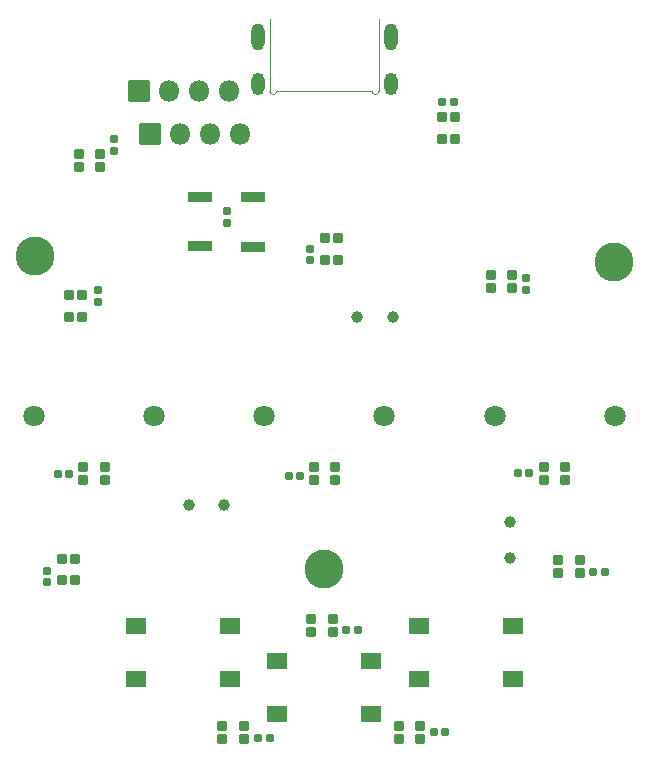
<source format=gbr>
%TF.GenerationSoftware,KiCad,Pcbnew,(7.0.0-0)*%
%TF.CreationDate,2023-03-25T22:40:13-05:00*%
%TF.ProjectId,RP2040_minimal,52503230-3430-45f6-9d69-6e696d616c2e,REV1*%
%TF.SameCoordinates,Original*%
%TF.FileFunction,Soldermask,Bot*%
%TF.FilePolarity,Negative*%
%FSLAX46Y46*%
G04 Gerber Fmt 4.6, Leading zero omitted, Abs format (unit mm)*
G04 Created by KiCad (PCBNEW (7.0.0-0)) date 2023-03-25 22:40:13*
%MOMM*%
%LPD*%
G01*
G04 APERTURE LIST*
G04 Aperture macros list*
%AMRoundRect*
0 Rectangle with rounded corners*
0 $1 Rounding radius*
0 $2 $3 $4 $5 $6 $7 $8 $9 X,Y pos of 4 corners*
0 Add a 4 corners polygon primitive as box body*
4,1,4,$2,$3,$4,$5,$6,$7,$8,$9,$2,$3,0*
0 Add four circle primitives for the rounded corners*
1,1,$1+$1,$2,$3*
1,1,$1+$1,$4,$5*
1,1,$1+$1,$6,$7*
1,1,$1+$1,$8,$9*
0 Add four rect primitives between the rounded corners*
20,1,$1+$1,$2,$3,$4,$5,0*
20,1,$1+$1,$4,$5,$6,$7,0*
20,1,$1+$1,$6,$7,$8,$9,0*
20,1,$1+$1,$8,$9,$2,$3,0*%
G04 Aperture macros list end*
%TA.AperFunction,Profile*%
%ADD10C,0.120000*%
%TD*%
%ADD11O,1.102000X1.902000*%
%ADD12O,1.102000X2.302000*%
%ADD13C,1.002000*%
%ADD14RoundRect,0.051000X0.850000X-0.850000X0.850000X0.850000X-0.850000X0.850000X-0.850000X-0.850000X0*%
%ADD15O,1.802000X1.802000*%
%ADD16RoundRect,0.191000X0.170000X-0.140000X0.170000X0.140000X-0.170000X0.140000X-0.170000X-0.140000X0*%
%ADD17RoundRect,0.051000X0.350000X0.350000X-0.350000X0.350000X-0.350000X-0.350000X0.350000X-0.350000X0*%
%ADD18RoundRect,0.191000X0.140000X0.170000X-0.140000X0.170000X-0.140000X-0.170000X0.140000X-0.170000X0*%
%ADD19RoundRect,0.051000X0.775000X0.650000X-0.775000X0.650000X-0.775000X-0.650000X0.775000X-0.650000X0*%
%ADD20RoundRect,0.191000X-0.140000X-0.170000X0.140000X-0.170000X0.140000X0.170000X-0.140000X0.170000X0*%
%ADD21C,3.302000*%
%ADD22RoundRect,0.191000X-0.170000X0.140000X-0.170000X-0.140000X0.170000X-0.140000X0.170000X0.140000X0*%
%ADD23RoundRect,0.051000X0.350000X-0.350000X0.350000X0.350000X-0.350000X0.350000X-0.350000X-0.350000X0*%
%ADD24C,1.802000*%
%ADD25RoundRect,0.051000X-0.350000X-0.350000X0.350000X-0.350000X0.350000X0.350000X-0.350000X0.350000X0*%
%ADD26RoundRect,0.051000X-0.350000X0.350000X-0.350000X-0.350000X0.350000X-0.350000X0.350000X0.350000X0*%
%ADD27RoundRect,0.186000X0.185000X-0.135000X0.185000X0.135000X-0.185000X0.135000X-0.185000X-0.135000X0*%
%ADD28RoundRect,0.251000X-0.800000X0.200000X-0.800000X-0.200000X0.800000X-0.200000X0.800000X0.200000X0*%
%ADD29RoundRect,0.251000X0.800000X-0.200000X0.800000X0.200000X-0.800000X0.200000X-0.800000X-0.200000X0*%
G04 APERTURE END LIST*
D10*
%TO.C,P1*%
X4620000Y27520000D02*
X4625000Y33620000D01*
X4025000Y27495000D02*
X-4025000Y27495000D01*
X-4620000Y27520000D02*
X-4625000Y33620000D01*
X4025000Y27495000D02*
G75*
G03*
X4620000Y27520000I297500J12500D01*
G01*
X-4620000Y27520000D02*
G75*
G03*
X-4025000Y27495000I297500J-12500D01*
G01*
%TD*%
D11*
%TO.C,P1*%
X5619999Y28119999D03*
D12*
X5619999Y32119999D03*
D11*
X-5619999Y28119999D03*
D12*
X-5619999Y32119999D03*
%TD*%
D13*
%TO.C,SW1*%
X15710000Y-12020000D03*
X15710000Y-9020000D03*
%TD*%
%TO.C,SW4*%
X5800000Y8370000D03*
X2800000Y8370000D03*
%TD*%
%TO.C,SW2*%
X-11460000Y-7550000D03*
X-8460000Y-7550000D03*
%TD*%
D14*
%TO.C,J2*%
X-15680000Y27525000D03*
D15*
X-13139999Y27524999D03*
X-10599999Y27524999D03*
X-8059999Y27524999D03*
%TD*%
D14*
%TO.C,J1*%
X-14740000Y23910000D03*
D15*
X-12199999Y23909999D03*
X-9659999Y23909999D03*
X-7119999Y23909999D03*
%TD*%
D16*
%TO.C,C28*%
X-17810000Y22460000D03*
X-17810000Y23420000D03*
%TD*%
D17*
%TO.C,D14*%
X20415000Y-4300000D03*
X20415000Y-5400000D03*
X18585000Y-5400000D03*
X18585000Y-4300000D03*
%TD*%
D18*
%TO.C,C32*%
X17360000Y-4870000D03*
X16400000Y-4870000D03*
%TD*%
D19*
%TO.C,SW7*%
X15975000Y-17750000D03*
X8025000Y-17750000D03*
X15975000Y-22250000D03*
X8025000Y-22250000D03*
%TD*%
D20*
%TO.C,C25*%
X1862000Y-18110000D03*
X2822000Y-18110000D03*
%TD*%
D16*
%TO.C,C27*%
X-23460000Y-14100000D03*
X-23460000Y-13140000D03*
%TD*%
D21*
%TO.C,H3*%
X0Y-13000000D03*
%TD*%
D22*
%TO.C,C29*%
X-19190000Y10620000D03*
X-19190000Y9660000D03*
%TD*%
D19*
%TO.C,SW6*%
X-8025000Y-17750000D03*
X-15975000Y-17750000D03*
X-8025000Y-22250000D03*
X-15975000Y-22250000D03*
%TD*%
D23*
%TO.C,D3*%
X11030000Y23465000D03*
X9930000Y23465000D03*
X9930000Y25295000D03*
X11030000Y25295000D03*
%TD*%
D24*
%TO.C,REF\u002A\u002A*%
X24580000Y0D03*
X14420000Y0D03*
%TD*%
D16*
%TO.C,C20*%
X-1230000Y13210000D03*
X-1230000Y14170000D03*
%TD*%
D24*
%TO.C,REF\u002A\u002A*%
X5080000Y0D03*
X-5080000Y0D03*
%TD*%
D18*
%TO.C,C31*%
X-2030000Y-5060000D03*
X-2990000Y-5060000D03*
%TD*%
%TO.C,C21*%
X10960000Y26610000D03*
X10000000Y26610000D03*
%TD*%
D17*
%TO.C,D13*%
X915000Y-4300000D03*
X915000Y-5400000D03*
X-915000Y-5400000D03*
X-915000Y-4300000D03*
%TD*%
D25*
%TO.C,D8*%
X-8670000Y-27340000D03*
X-8670000Y-26240000D03*
X-6840000Y-26240000D03*
X-6840000Y-27340000D03*
%TD*%
D26*
%TO.C,D9*%
X-22240000Y-12075000D03*
X-21140000Y-12075000D03*
X-21140000Y-13905000D03*
X-22240000Y-13905000D03*
%TD*%
D21*
%TO.C,H2*%
X-24500000Y13500000D03*
%TD*%
D16*
%TO.C,C22*%
X17100000Y10680000D03*
X17100000Y11640000D03*
%TD*%
D23*
%TO.C,D11*%
X-20510000Y8390000D03*
X-21610000Y8390000D03*
X-21610000Y10220000D03*
X-20510000Y10220000D03*
%TD*%
D27*
%TO.C,R3*%
X-8280000Y16340000D03*
X-8280000Y17360000D03*
%TD*%
D21*
%TO.C,H1*%
X24500000Y13000000D03*
%TD*%
D25*
%TO.C,D4*%
X14095000Y10860000D03*
X14095000Y11960000D03*
X15925000Y11960000D03*
X15925000Y10860000D03*
%TD*%
D17*
%TO.C,D12*%
X-18585000Y-4300000D03*
X-18585000Y-5400000D03*
X-20415000Y-5400000D03*
X-20415000Y-4300000D03*
%TD*%
D25*
%TO.C,D7*%
X-1105000Y-18260000D03*
X-1105000Y-17160000D03*
X725000Y-17160000D03*
X725000Y-18260000D03*
%TD*%
D19*
%TO.C,SW8*%
X3975000Y-20750000D03*
X-3975000Y-20750000D03*
X3975000Y-25250000D03*
X-3975000Y-25250000D03*
%TD*%
D18*
%TO.C,C30*%
X-21600000Y-4900000D03*
X-22560000Y-4900000D03*
%TD*%
D26*
%TO.C,D2*%
X25000Y15065000D03*
X1125000Y15065000D03*
X1125000Y13235000D03*
X25000Y13235000D03*
%TD*%
D24*
%TO.C,REF\u002A\u002A*%
X-14420000Y0D03*
X-24580000Y0D03*
%TD*%
D25*
%TO.C,D10*%
X-20795000Y21090000D03*
X-20795000Y22190000D03*
X-18965000Y22190000D03*
X-18965000Y21090000D03*
%TD*%
%TO.C,D6*%
X6310001Y-27364999D03*
X6310001Y-26264999D03*
X8140001Y-26264999D03*
X8140001Y-27364999D03*
%TD*%
D20*
%TO.C,C24*%
X9267001Y-26762999D03*
X10227001Y-26762999D03*
%TD*%
D28*
%TO.C,SW3*%
X-6070000Y18530000D03*
X-6070000Y14330000D03*
%TD*%
D25*
%TO.C,D5*%
X19795000Y-13320000D03*
X19795000Y-12220000D03*
X21625000Y-12220000D03*
X21625000Y-13320000D03*
%TD*%
D20*
%TO.C,C26*%
X-5590000Y-27310000D03*
X-4630000Y-27310000D03*
%TD*%
D29*
%TO.C,SW5*%
X-10520000Y14350000D03*
X-10520000Y18550000D03*
%TD*%
D20*
%TO.C,C23*%
X22770000Y-13250000D03*
X23730000Y-13250000D03*
%TD*%
M02*

</source>
